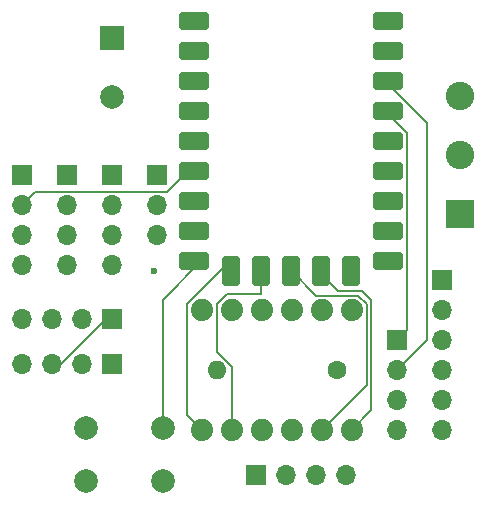
<source format=gbr>
%TF.GenerationSoftware,KiCad,Pcbnew,8.0.7*%
%TF.CreationDate,2025-01-10T12:44:58+00:00*%
%TF.ProjectId,AstroDroid-v1,41737472-6f44-4726-9f69-642d76312e6b,rev?*%
%TF.SameCoordinates,Original*%
%TF.FileFunction,Copper,L3,Inr*%
%TF.FilePolarity,Positive*%
%FSLAX46Y46*%
G04 Gerber Fmt 4.6, Leading zero omitted, Abs format (unit mm)*
G04 Created by KiCad (PCBNEW 8.0.7) date 2025-01-10 12:44:58*
%MOMM*%
%LPD*%
G01*
G04 APERTURE LIST*
G04 Aperture macros list*
%AMRoundRect*
0 Rectangle with rounded corners*
0 $1 Rounding radius*
0 $2 $3 $4 $5 $6 $7 $8 $9 X,Y pos of 4 corners*
0 Add a 4 corners polygon primitive as box body*
4,1,4,$2,$3,$4,$5,$6,$7,$8,$9,$2,$3,0*
0 Add four circle primitives for the rounded corners*
1,1,$1+$1,$2,$3*
1,1,$1+$1,$4,$5*
1,1,$1+$1,$6,$7*
1,1,$1+$1,$8,$9*
0 Add four rect primitives between the rounded corners*
20,1,$1+$1,$2,$3,$4,$5,0*
20,1,$1+$1,$4,$5,$6,$7,0*
20,1,$1+$1,$6,$7,$8,$9,0*
20,1,$1+$1,$8,$9,$2,$3,0*%
G04 Aperture macros list end*
%TA.AperFunction,ComponentPad*%
%ADD10C,2.000000*%
%TD*%
%TA.AperFunction,ComponentPad*%
%ADD11R,2.413000X2.413000*%
%TD*%
%TA.AperFunction,ComponentPad*%
%ADD12C,2.413000*%
%TD*%
%TA.AperFunction,ComponentPad*%
%ADD13R,1.700000X1.700000*%
%TD*%
%TA.AperFunction,ComponentPad*%
%ADD14O,1.700000X1.700000*%
%TD*%
%TA.AperFunction,ComponentPad*%
%ADD15RoundRect,0.400050X-0.899950X-0.400050X0.899950X-0.400050X0.899950X0.400050X-0.899950X0.400050X0*%
%TD*%
%TA.AperFunction,ComponentPad*%
%ADD16RoundRect,0.393700X-0.393700X-0.906300X0.393700X-0.906300X0.393700X0.906300X-0.393700X0.906300X0*%
%TD*%
%TA.AperFunction,ComponentPad*%
%ADD17RoundRect,0.400000X-0.400000X-0.900000X0.400000X-0.900000X0.400000X0.900000X-0.400000X0.900000X0*%
%TD*%
%TA.AperFunction,ComponentPad*%
%ADD18RoundRect,0.400000X-0.900000X-0.400000X0.900000X-0.400000X0.900000X0.400000X-0.900000X0.400000X0*%
%TD*%
%TA.AperFunction,ComponentPad*%
%ADD19O,1.600000X1.600000*%
%TD*%
%TA.AperFunction,ComponentPad*%
%ADD20C,1.600000*%
%TD*%
%TA.AperFunction,ComponentPad*%
%ADD21R,2.000000X2.000000*%
%TD*%
%TA.AperFunction,ComponentPad*%
%ADD22C,1.879600*%
%TD*%
%TA.AperFunction,ViaPad*%
%ADD23C,0.600000*%
%TD*%
%TA.AperFunction,Conductor*%
%ADD24C,0.200000*%
%TD*%
G04 APERTURE END LIST*
D10*
%TO.N,GND*%
%TO.C,SW1*%
X83312000Y-94234000D03*
X76812000Y-94234000D03*
%TO.N,/sw*%
X83312000Y-89734000D03*
X76812000Y-89734000D03*
%TD*%
D11*
%TO.N,Net-(J2-Mtr_PwrA)*%
%TO.C,J2*%
X108458000Y-71628000D03*
D12*
%TO.N,Net-(J2-MtrPwrB)*%
X108458000Y-66629280D03*
%TO.N,GND*%
X108458000Y-61628020D03*
%TD*%
D13*
%TO.N,Net-(J2-Mtr_PwrA)*%
%TO.C,Motor1*%
X106934000Y-77216000D03*
D14*
%TO.N,Net-(J2-MtrPwrB)*%
X106934000Y-79756000D03*
%TO.N,GND*%
X106934000Y-82296000D03*
%TO.N,+3V3*%
X106934000Y-84836000D03*
%TO.N,/EncA*%
X106934000Y-87376000D03*
%TO.N,/EncB*%
X106934000Y-89916000D03*
%TD*%
D13*
%TO.N,Net-(J3-TX)*%
%TO.C,J3*%
X82804000Y-68326000D03*
D14*
%TO.N,Net-(J3-RX)*%
X82804000Y-70866000D03*
%TO.N,GND*%
X82804000Y-73406000D03*
%TD*%
D13*
%TO.N,Net-(WS2812B-2-Out)*%
%TO.C,WS2812B-2*%
X78994000Y-84328000D03*
D14*
%TO.N,GND*%
X76454000Y-84328000D03*
%TO.N,Net-(WS2812B-1-Out)*%
X73914000Y-84328000D03*
%TO.N,+5V*%
X71374000Y-84328000D03*
%TD*%
D13*
%TO.N,Net-(WS2812B-1-Out)*%
%TO.C,WS2812B-1*%
X78994000Y-80518000D03*
D14*
%TO.N,GND*%
X76454000Y-80518000D03*
%TO.N,Net-(WS2812B-1-In)*%
X73914000Y-80518000D03*
%TO.N,+5V*%
X71374000Y-80518000D03*
%TD*%
D15*
%TO.N,+5V*%
%TO.C,RZ1*%
X85951000Y-55297000D03*
%TO.N,GND*%
X85951000Y-57837000D03*
%TO.N,+3V3*%
X85951000Y-60377000D03*
%TO.N,unconnected-(RZ1-GP29-Pad29)*%
X85951000Y-62917000D03*
%TO.N,unconnected-(RZ1-GP28-Pad28)*%
X85951000Y-65457000D03*
%TO.N,/Trigger-1*%
X85951000Y-67997000D03*
%TO.N,/Trigger-2*%
X85951000Y-70537000D03*
%TO.N,/Trigger-3*%
X85951000Y-73077000D03*
%TO.N,/sw*%
X85951000Y-75617000D03*
D16*
%TO.N,/WS2812B*%
X89091000Y-76427000D03*
%TO.N,/Echo-1*%
X91631000Y-76427000D03*
%TO.N,/Echo-2*%
X94171000Y-76427000D03*
%TO.N,/Echo-3*%
X96711000Y-76427000D03*
D17*
%TO.N,/SCL*%
X99251000Y-76427000D03*
D15*
%TO.N,/SDA*%
X102391000Y-75617000D03*
%TO.N,/Headlight*%
X102391000Y-73077000D03*
%TO.N,/Taillight*%
X102391000Y-70537000D03*
%TO.N,/EncA*%
X102391000Y-67997000D03*
D18*
%TO.N,/EncB*%
X102391000Y-65457000D03*
%TO.N,/MtrA*%
X102391000Y-62917000D03*
%TO.N,/MtrB*%
X102391000Y-60377000D03*
%TO.N,Net-(J3-RX)*%
X102391000Y-57837000D03*
%TO.N,Net-(J3-TX)*%
X102391000Y-55297000D03*
%TD*%
D19*
%TO.N,Net-(WS2812B-1-In)*%
%TO.C,R1*%
X87884000Y-84836000D03*
D20*
%TO.N,Net-(B1-HV_TXO_1)*%
X98044000Y-84836000D03*
%TD*%
D14*
%TO.N,/Taillight*%
%TO.C,L298N1*%
X103124000Y-89916000D03*
%TO.N,/Headlight*%
X103124000Y-87376000D03*
%TO.N,/MtrB*%
X103124000Y-84836000D03*
D13*
%TO.N,/MtrA*%
X103124000Y-82296000D03*
%TD*%
%TO.N,+5V*%
%TO.C,HCSR04-3*%
X78994000Y-68326000D03*
D14*
%TO.N,/Trigger-3*%
X78994000Y-70866000D03*
%TO.N,/Echo-HV-3*%
X78994000Y-73406000D03*
%TO.N,GND*%
X78994000Y-75946000D03*
%TD*%
D13*
%TO.N,+5V*%
%TO.C,HCSR04-2*%
X75184000Y-68336000D03*
D14*
%TO.N,/Trigger-2*%
X75184000Y-70876000D03*
%TO.N,/Echo-HV-2*%
X75184000Y-73416000D03*
%TO.N,GND*%
X75184000Y-75956000D03*
%TD*%
D13*
%TO.N,+5V*%
%TO.C,HCSR04-1*%
X71374000Y-68326000D03*
D14*
%TO.N,/Trigger-1*%
X71374000Y-70866000D03*
%TO.N,/Echo-HV-1*%
X71374000Y-73406000D03*
%TO.N,GND*%
X71374000Y-75946000D03*
%TD*%
D10*
%TO.N,GND*%
%TO.C,C1*%
X78994000Y-61722000D03*
D21*
%TO.N,+5V*%
X78994000Y-56722000D03*
%TD*%
D22*
%TO.N,GND*%
%TO.C,B1*%
X94234000Y-89916000D03*
X94234000Y-79756000D03*
%TO.N,+5V*%
X91694000Y-79756000D03*
%TO.N,Net-(B1-HV_TXO_1)*%
X86614000Y-79756000D03*
%TO.N,/Echo-HV-1*%
X89154000Y-79756000D03*
%TO.N,/Echo-HV-2*%
X96774000Y-79756000D03*
%TO.N,/Echo-HV-3*%
X99314000Y-79756000D03*
%TO.N,+3V3*%
X91694000Y-89916000D03*
%TO.N,/WS2812B*%
X86614000Y-89916000D03*
%TO.N,/Echo-1*%
X89154000Y-89916000D03*
%TO.N,/Echo-2*%
X96774000Y-89916000D03*
%TO.N,/Echo-3*%
X99314000Y-89916000D03*
%TD*%
D13*
%TO.N,+3V3*%
%TO.C,ADT1*%
X91186000Y-93726000D03*
D14*
%TO.N,GND*%
X93726000Y-93726000D03*
%TO.N,/SCL*%
X96266000Y-93726000D03*
%TO.N,/SDA*%
X98806000Y-93726000D03*
%TD*%
D23*
%TO.N,/Echo-HV-3*%
X82550000Y-76454000D03*
%TD*%
D24*
%TO.N,/Trigger-1*%
X86551000Y-67997000D02*
X85433000Y-67997000D01*
X83714000Y-69716000D02*
X72524000Y-69716000D01*
X72524000Y-69716000D02*
X71374000Y-70866000D01*
X85433000Y-67997000D02*
X83714000Y-69716000D01*
%TO.N,/sw*%
X86551000Y-75617000D02*
X83312000Y-78856000D01*
X83312000Y-78856000D02*
X83312000Y-89734000D01*
%TO.N,Net-(WS2812B-1-Out)*%
X78994000Y-80518000D02*
X78496233Y-80518000D01*
X78496233Y-80518000D02*
X74686233Y-84328000D01*
X74686233Y-84328000D02*
X73914000Y-84328000D01*
%TO.N,/WS2812B*%
X89091000Y-75827000D02*
X88789658Y-75827000D01*
X85344000Y-88646000D02*
X86614000Y-89916000D01*
X88789658Y-75827000D02*
X85344000Y-79272658D01*
X85344000Y-79272658D02*
X85344000Y-88646000D01*
%TO.N,/Echo-1*%
X91631000Y-75827000D02*
X91631000Y-78416200D01*
X91631000Y-78416200D02*
X88740458Y-78416200D01*
X88740458Y-78416200D02*
X87914200Y-79242458D01*
X87914200Y-83310565D02*
X89154000Y-84550365D01*
X87914200Y-79242458D02*
X87914200Y-83310565D01*
X89154000Y-84550365D02*
X89154000Y-89916000D01*
%TO.N,/Echo-3*%
X96711000Y-75827000D02*
X96711000Y-76645000D01*
X100984000Y-88246000D02*
X99314000Y-89916000D01*
X96711000Y-76645000D02*
X98182200Y-78116200D01*
X98182200Y-78116200D02*
X100214200Y-78116200D01*
X100214200Y-78116200D02*
X100984000Y-78886000D01*
X100984000Y-78886000D02*
X100984000Y-88246000D01*
%TO.N,/Echo-2*%
X94171000Y-75827000D02*
X94171000Y-76391000D01*
X94171000Y-76391000D02*
X96296200Y-78516200D01*
X96296200Y-78516200D02*
X99827542Y-78516200D01*
X100584000Y-86106000D02*
X96774000Y-89916000D01*
X99827542Y-78516200D02*
X100584000Y-79272658D01*
X100584000Y-79272658D02*
X100584000Y-86106000D01*
%TO.N,/MtrB*%
X103124000Y-84836000D02*
X105684000Y-82276000D01*
X105684000Y-82276000D02*
X105684000Y-63920050D01*
X105684000Y-63920050D02*
X102140950Y-60377000D01*
X102140950Y-60377000D02*
X101791000Y-60377000D01*
%TO.N,/MtrA*%
X103124000Y-82296000D02*
X103991000Y-81429000D01*
X103991000Y-81429000D02*
X103991000Y-64767050D01*
X102140950Y-62917000D02*
X101791000Y-62917000D01*
X103991000Y-64767050D02*
X102140950Y-62917000D01*
%TD*%
M02*

</source>
